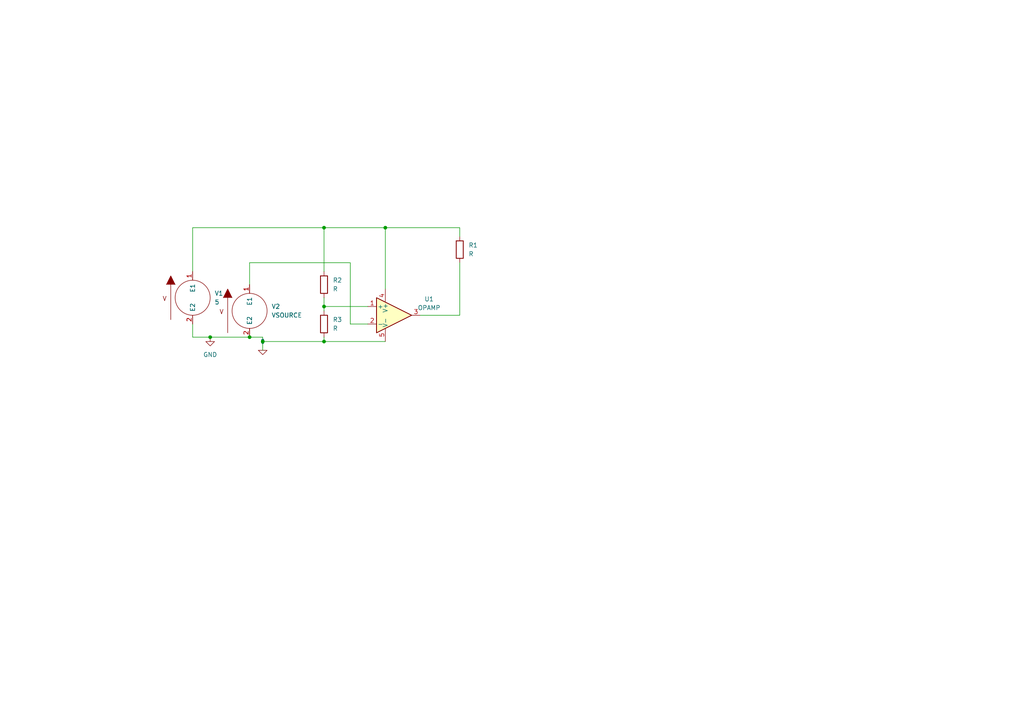
<source format=kicad_sch>
(kicad_sch (version 20211123) (generator eeschema)
  (paper "A4")
  (lib_symbols
    (symbol "Device:R" (pin_numbers hide) (pin_names (offset 0))
      (property "Reference" "R" (at 2.032 0 90))
      (property "Value" "R" (at 0 0 90))
      (symbol "R_0_1"
        (rectangle (start -1.016 -2.54) (end 1.016 2.54) (stroke (width 0.254)))
      )
      (symbol "R_1_1"
        (pin passive line (at 0 3.81 270) (length 1.27) (name "~") (number "1"))
        (pin passive line (at 0 -3.81 90) (length 1.27) (name "~") (number "2"))
      )
    )
    (symbol "Simulation_SPICE:OPAMP" (pin_names (offset 0.254))
      (property "Reference" "U" (at 3.81 3.175 0))
      (property "Value" "OPAMP" (at 3.81 -3.175 0))
      (symbol "OPAMP_0_1"
        (polyline (pts (xy 5.08 0) (xy -5.08 5.08) (xy -5.08 -5.08) (xy 5.08 0)) (stroke (width 0.254)) (fill (type background)))
      )
      (symbol "OPAMP_1_1"
        (pin input line (at -7.62 2.54 0) (length 2.54) (name "+") (number "1"))
        (pin input line (at -7.62 -2.54 0) (length 2.54) (name "-") (number "2"))
        (pin output line (at 7.62 0 180) (length 2.54) (name "~") (number "3"))
        (pin power_in line (at -2.54 7.62 270) (length 3.81) (name "V+") (number "4"))
        (pin power_in line (at -2.54 -7.62 90) (length 3.81) (name "V-") (number "5"))
      )
    )
    (symbol "power:GND" (power) (pin_names (offset 0))
      (property "Value" "GND" (at 0 -3.81 0))
      (symbol "GND_0_1"
        (polyline (pts (xy 0 0) (xy 0 -1.27) (xy 1.27 -1.27) (xy 0 -2.54) (xy -1.27 -1.27) (xy 0 -1.27)))
      )
      (symbol "GND_1_1"
        (pin power_in line (at 0 0 270) (length 0) hide (name "GND") (number "1"))
      )
    )
    (symbol "pspice:0" (power) (pin_names (offset 0))
      (property "Value" "0" (at 0 -1.778 0))
      (symbol "0_0_1"
        (polyline (pts (xy -1.27 0) (xy 0 -1.27) (xy 1.27 0) (xy -1.27 0)))
      )
      (symbol "0_1_1"
        (pin power_in line (at 0 0 0) (length 0) hide (name "0") (number "1"))
      )
    )
    (symbol "pspice:VSOURCE" (pin_names (offset 1.016))
      (property "Reference" "V" (at -6.35 7.62 0))
      (property "Value" "VSOURCE" (at 0 0 0))
      (symbol "VSOURCE_0_1"
        (polyline (pts (xy -6.35 -6.35) (xy -6.35 3.81)) (fill (type outline)))
        (polyline (pts (xy -7.62 3.81) (xy -6.35 6.35) (xy -5.08 3.81)) (fill (type outline)))
        (circle (center 0 0) (radius 5.08))
        (text "V" (at -8.128 -0.254 0) (effects (font (size 1.27 1.27))))
      )
      (symbol "VSOURCE_1_1"
        (pin input line (at 0 7.62 270) (length 2.54) (name "E1") (number "1"))
        (pin input line (at 0 -7.62 90) (length 2.54) (name "E2") (number "2"))
      )
    )
  )
  (junction (at 72.39 97.79))
  (junction (at 76.2 99.06))
  (junction (at 93.98 88.9))
  (junction (at 93.98 99.06))
  (junction (at 93.98 66.04))
  (junction (at 60.96 97.79))
  (junction (at 111.76 66.04))
  (wire (pts (xy 101.6 76.2) (xy 101.6 93.98)))
  (wire (pts (xy 111.76 66.04) (xy 133.35 66.04)))
  (wire (pts (xy 55.88 93.98) (xy 55.88 97.79)))
  (wire (pts (xy 76.2 97.79) (xy 76.2 99.06)))
  (wire (pts (xy 60.96 97.79) (xy 72.39 97.79)))
  (wire (pts (xy 55.88 97.79) (xy 60.96 97.79)))
  (wire (pts (xy 133.35 91.44) (xy 133.35 76.2)))
  (wire (pts (xy 111.76 66.04) (xy 111.76 83.82)))
  (wire (pts (xy 72.39 76.2) (xy 72.39 82.55)))
  (wire (pts (xy 55.88 78.74) (xy 55.88 66.04)))
  (wire (pts (xy 93.98 97.79) (xy 93.98 99.06)))
  (wire (pts (xy 111.76 99.06) (xy 93.98 99.06)))
  (wire (pts (xy 76.2 99.06) (xy 76.2 101.6)))
  (wire (pts (xy 72.39 76.2) (xy 101.6 76.2)))
  (wire (pts (xy 93.98 66.04) (xy 111.76 66.04)))
  (wire (pts (xy 93.98 99.06) (xy 76.2 99.06)))
  (wire (pts (xy 93.98 86.36) (xy 93.98 88.9)))
  (wire (pts (xy 72.39 97.79) (xy 76.2 97.79)))
  (wire (pts (xy 133.35 66.04) (xy 133.35 68.58)))
  (wire (pts (xy 121.92 91.44) (xy 133.35 91.44)))
  (wire (pts (xy 93.98 88.9) (xy 106.68 88.9)))
  (wire (pts (xy 55.88 66.04) (xy 93.98 66.04)))
  (wire (pts (xy 93.98 66.04) (xy 93.98 78.74)))
  (wire (pts (xy 93.98 88.9) (xy 93.98 90.17)))
  (wire (pts (xy 101.6 93.98) (xy 106.68 93.98)))
  (symbol (lib_id "pspice:0") (at 76.2 101.6 0) (unit 1)
    (property "Reference" "#GND01" (effects hide))
    (property "Value" "0" (at 76.2 99.06 0))
  )
  (symbol (lib_id "pspice:VSOURCE") (at 55.88 86.36 0) (unit 1)
    (property "Reference" "V1" (at 62.23 85.0899 0) (effects (justify left)))
    (property "Value" "VSOURCE" (at 62.23 87.6299 0) (effects (justify left)))
    (property "Spice_Primitive" "V" (effects hide))
    (property "Spice_Model" "dc 5" (effects hide))
    (property "Spice_Netlist_Enabled" "Y" (effects hide))
  )
  (symbol (lib_id "pspice:VSOURCE") (at 72.39 90.17 0) (unit 1)
    (property "Reference" "V2" (at 78.74 88.8999 0) (effects (justify left)))
    (property "Value" "VSOURCE" (at 78.74 91.4399 0) (effects (justify left)))
    (property "Spice_Primitive" "V" (effects hide))
    (property "Spice_Model" "pulse(0 4 1 500m 500m 1 3)" (effects hide))
    (property "Spice_Netlist_Enabled" "Y" (effects hide))
  )
  (symbol (lib_id "Device:R") (at 133.35 72.39 0) (unit 1)
    (property "Reference" "R1" (at 135.89 71.1199 0) (effects (justify left)))
    (property "Value" "R" (at 135.89 73.6599 0) (effects (justify left)))
    (property "Spice_Primitive" "R" (effects hide))
    (property "Spice_Model" "100" (at 133.35 72.39 0))
    (property "Spice_Netlist_Enabled" "Y" (effects hide))
  )
  (symbol (lib_id "Simulation_SPICE:OPAMP") (at 114.3 91.44 0) (unit 1)
    (property "Reference" "U1" (at 124.46 86.741 0))
    (property "Value" "OPAMP" (at 124.46 89.281 0))
    (property "Spice_Netlist_Enabled" "Y" (effects hide))
    (property "Spice_Primitive" "X" (effects hide))
    (property "Spice_Model" "LM2903B" (effects hide))
    (property "Spice_Node_Sequence" "1,2,4,5,3" (effects hide))
    (property "Spice_Lib_File" "C:\\AA_ECL\\EPSA\\Saison 2023\\Git Cloning\\epsa-saison-2023-dir-pro\\Conception\\Composant electronique\\spice model\\Comparateur Double LM393LVDR 1.2\\lm393.lib" (effects hide))
  )
  (symbol (lib_id "Device:R") (at 93.98 93.98 0) (unit 1)
    (property "Reference" "R3" (at 96.52 92.7099 0) (effects (justify left)))
    (property "Value" "R" (at 96.52 95.2499 0) (effects (justify left)))
    (property "Spice_Primitive" "R" (effects hide))
    (property "Spice_Model" "100" (effects hide))
    (property "Spice_Netlist_Enabled" "Y" (effects hide))
  )
  (symbol (lib_id "Device:R") (at 93.98 82.55 0) (unit 1)
    (property "Reference" "R2" (at 96.52 81.2799 0) (effects (justify left)))
    (property "Value" "R" (at 96.52 83.8199 0) (effects (justify left)))
    (property "Spice_Primitive" "R" (effects hide))
    (property "Spice_Model" "100" (effects hide))
    (property "Spice_Netlist_Enabled" "Y" (effects hide))
  )
  (symbol (lib_id "power:GND") (at 60.96 97.79 0) (unit 1)
    (property "Reference" "#PWR01" (effects hide))
    (property "Value" "GND" (at 60.96 102.87 0))
  )
)
</source>
